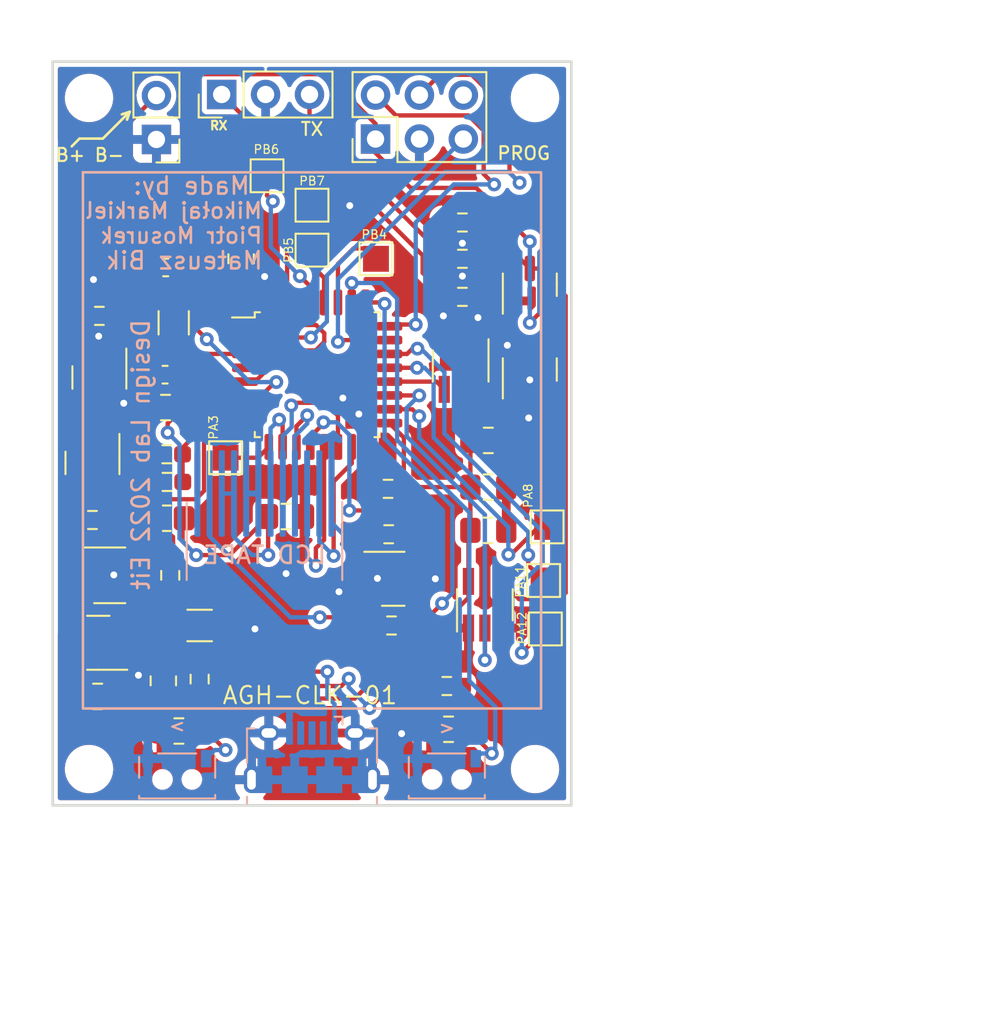
<source format=kicad_pcb>
(kicad_pcb (version 20211014) (generator pcbnew)
  (title_block (date "2022-12-12"))
  (layers (0 "F.Cu" signal) (31 "B.Cu" signal) (34 "B.Paste" user) (35 "F.Paste" user) (36 "B.SilkS" user "B.Silkscreen") (37 "F.SilkS" user "F.Silkscreen") (38 "B.Mask" user) (39 "F.Mask" user) (44 "Edge.Cuts" user))
  (net 0 "")
  (net 1 "VCC")
  (net 2 "GND")
  (net 3 "/RTC_OSC_OUT")
  (net 4 "/RTC_OSC_IN")
  (net 5 "+BATT")
  (net 6 "+5V")
  (net 7 "/SW_1")
  (net 8 "/SW_2")
  (net 9 "Net-(D1-Pad3)")
  (net 10 "Net-(D2-Pad3)")
  (net 11 "/SWCLK")
  (net 12 "/SWDIO")
  (net 13 "/NRST")
  (net 18 "Net-(J3-Pad1)")
  (net 19 "Net-(J3-Pad3)")
  (net 20 "Net-(J4-Pad2)")
  (net 21 "/LCD_DC")
  (net 22 "/LCD_CS")
  (net 23 "/LCD_SCK")
  (net 24 "/LCD_SDA")
  (net 25 "/LCD_RST")
  (net 26 "Net-(Q1-Pad1)")
  (net 27 "Net-(Q1-Pad3)")
  (net 28 "Net-(Q2-Pad3)")
  (net 29 "Net-(Q3-Pad1)")
  (net 30 "Net-(Q3-Pad3)")
  (net 31 "/A_BAT_EN")
  (net 32 "/A_BAT")
  (net 33 "/LCD_BLK")
  (net 34 "/BAT_CH")
  (net 35 "/PB4")
  (net 36 "/PB5")
  (net 37 "/UART.TX")
  (net 38 "/UART.RX")
  (net 39 "/PB6")
  (net 40 "/PB7")
  (net 41 "/PA3")
  (net 42 "/PA8")
  (net 43 "/PA11")
  (net 44 "/PA12")
  (net 45 "Net-(R11-Pad1)")
  (footprint "Capacitor_SMD:C_0805_2012Metric_Pad1.18x1.45mm_HandSolder" (layer "F.Cu") (at 196.69 81.499 180)
    (fp_text reference "C13")
    (fp_text value "100n")
  )
  (footprint "Resistor_SMD:R_0603_1608Metric_Pad0.98x0.95mm_HandSolder" (layer "F.Cu") (at 213.09 52.099)
    (fp_text reference "R4")
    (fp_text value "10k")
  )
  (footprint "MountingHole:MountingHole_2.2mm_M2_ISO7380" (layer "F.Cu") (at 217.29 83.699)
    (fp_text reference "H1")
    (fp_text value "MountingHole")
  )
  (footprint "Capacitor_SMD:C_0603_1608Metric_Pad1.08x0.95mm_HandSolder" (layer "F.Cu") (at 195.89 60.899 180)
    (fp_text reference "C4")
    (fp_text value "18pF")
  )
  (footprint "Connector_PinHeader_2.54mm:PinHeader_1x02_P2.54mm_Vertical" (layer "F.Cu") (at 195.39 47.299 180)
    (fp_text reference "J5")
    (fp_text value "Conn_01x02_Male")
  )
  (footprint "Package_TO_SOT_SMD:SOT-23-5_HandSoldering" (layer "F.Cu") (at 192.69 72.499)
    (fp_text reference "U5")
    (fp_text value "TP4054-42")
  )
  (footprint "Capacitor_SMD:C_0805_2012Metric_Pad1.18x1.45mm_HandSolder" (layer "F.Cu") (at 202.89 69.099 180)
    (fp_text reference "C10")
    (fp_text value "100n")
  )
  (footprint "Resistor_SMD:R_0805_2012Metric_Pad1.20x1.40mm_HandSolder" (layer "F.Cu") (at 195.99 69.199)
    (fp_text reference "R13")
    (fp_text value "680k")
  )
  (footprint "Resistor_SMD:R_0603_1608Metric_Pad0.98x0.95mm_HandSolder" (layer "F.Cu") (at 197.89 78.499 -90)
    (fp_text reference "R14")
    (fp_text value "10k")
  )
  (footprint "Resistor_SMD:R_0603_1608Metric_Pad0.98x0.95mm_HandSolder" (layer "F.Cu") (at 212.19 78.899)
    (fp_text reference "R12")
    (fp_text value "10k")
  )
  (footprint "Capacitor_SMD:C_0805_2012Metric_Pad1.18x1.45mm_HandSolder" (layer "F.Cu") (at 214.59 64.699)
    (fp_text reference "C2")
    (fp_text value "100n")
  )
  (footprint "TestPoint:TestPoint_Pad_1.5x1.5mm" (layer "F.Cu") (at 217.99 69.699 90)
    (fp_text reference "TP6")
    (fp_text value "TestPoint")
  )
  (footprint "Capacitor_SMD:C_0603_1608Metric_Pad1.08x0.95mm_HandSolder" (layer "F.Cu") (at 195.9275 54.699 180)
    (fp_text reference "C5")
    (fp_text value "18pF")
  )
  (footprint "MountingHole:MountingHole_2.2mm_M2_ISO7380" (layer "F.Cu") (at 191.49 83.699)
    (fp_text reference "H4")
    (fp_text value "MountingHole")
  )
  (footprint "Resistor_SMD:R_0603_1608Metric_Pad0.98x0.95mm_HandSolder" (layer "F.Cu") (at 191.69 69.299 180)
    (fp_text reference "R5")
    (fp_text value "75k")
  )
  (footprint "Package_TO_SOT_SMD:SOT-23-5_HandSoldering" (layer "F.Cu") (at 214.39 74.199 90)
    (fp_text reference "U3")
    (fp_text value "74LVC1G125")
  )
  (footprint "Connector_PinHeader_2.54mm:PinHeader_2x03_P2.54mm_Vertical" (layer "F.Cu") (at 208.065 47.274 90)
    (fp_text reference "J1")
    (fp_text value "Conn_01x06_Male")
  )
  (footprint "TestPoint:TestPoint_Pad_1.5x1.5mm" (layer "F.Cu") (at 217.89 75.599)
    (fp_text reference "TP8")
    (fp_text value "TestPoint")
  )
  (footprint "Capacitor_SMD:C_0805_2012Metric_Pad1.18x1.45mm_HandSolder" (layer "F.Cu") (at 195.79 78.599 -90)
    (fp_text reference "C8")
    (fp_text value "1u")
  )
  (footprint "Resistor_SMD:R_0603_1608Metric_Pad0.98x0.95mm_HandSolder" (layer "F.Cu") (at 196.19 72.499 -90)
    (fp_text reference "R11")
    (fp_text value "3k")
  )
  (footprint "TestPoint:TestPoint_Pad_1.5x1.5mm" (layer "F.Cu") (at 201.79 49.399 90)
    (fp_text reference "TP3")
    (fp_text value "TestPoint")
  )
  (footprint "TestPoint:TestPoint_Pad_1.5x1.5mm" (layer "F.Cu") (at 204.39 51.099 90)
    (fp_text reference "TP4")
    (fp_text value "TestPoint")
  )
  (footprint "Capacitor_SMD:C_0805_2012Metric_Pad1.18x1.45mm_HandSolder" (layer "F.Cu") (at 200.29 54.199 90)
    (fp_text reference "C1")
    (fp_text value "100n")
  )
  (footprint "MountingHole:MountingHole_2.2mm_M2_ISO7380" (layer "F.Cu") (at 191.49 44.899)
    (fp_text reference "H3")
    (fp_text value "MountingHole")
  )
  (footprint "Package_TO_SOT_SMD:SOT-23" (layer "F.Cu") (at 192.09 61.0615 -90)
    (fp_text reference "Q1")
    (fp_text value "LGE2300")
  )
  (footprint "Resistor_SMD:R_0603_1608Metric_Pad0.98x0.95mm_HandSolder" (layer "F.Cu") (at 195.99 65.499 180)
    (fp_text reference "R7")
    (fp_text value "75k")
  )
  (footprint "Resistor_SMD:R_0603_1608Metric_Pad0.98x0.95mm_HandSolder" (layer "F.Cu") (at 208.79 67.499 180)
    (fp_text reference "R9")
    (fp_text value "10k")
  )
  (footprint "Package_QFP:LQFP-32_7x7mm_P0.8mm" (layer "F.Cu") (at 204.69 60.899)
    (fp_text reference "U1")
    (fp_text value "STM32L051K6Tx")
  )
  (footprint "Capacitor_SMD:C_0805_2012Metric_Pad1.18x1.45mm_HandSolder" (layer "F.Cu") (at 214.59 67.399)
    (fp_text reference "C9")
    (fp_text value "100n")
  )
  (footprint "Capacitor_SMD:C_0805_2012Metric_Pad1.18x1.45mm_HandSolder" (layer "F.Cu") (at 212.29 81.399 180)
    (fp_text reference "C12")
    (fp_text value "100n")
  )
  (footprint "Package_TO_SOT_SMD:SOT-23" (layer "F.Cu") (at 216.99 55.699 90)
    (fp_text reference "D1")
    (fp_text value "BAT54S")
  )
  (footprint "TestPoint:TestPoint_Pad_1.5x1.5mm" (layer "F.Cu") (at 217.79 72.799 90)
    (fp_text reference "TP7")
    (fp_text value "TestPoint")
  )
  (footprint "Resistor_SMD:R_0603_1608Metric_Pad0.98x0.95mm_HandSolder" (layer "F.Cu") (at 208.99 75.399 180)
    (fp_text reference "R10")
    (fp_text value "10R")
  )
  (footprint "TestPoint:TestPoint_Pad_1.5x1.5mm" (layer "F.Cu") (at 208.09 54.199 90)
    (fp_text reference "TP1")
    (fp_text value "TestPoint")
  )
  (footprint "Package_TO_SOT_SMD:SOT-23" (layer "F.Cu") (at 216.99 60.599 90)
    (fp_text reference "D2")
    (fp_text value "BAT54S")
  )
  (footprint "TestPoint:TestPoint_Pad_1.5x1.5mm" (layer "F.Cu") (at 204.39 53.699 90)
    (fp_text reference "TP2")
    (fp_text value "TestPoint")
  )
  (footprint "MountingHole:MountingHole_2.2mm_M2_ISO7380" (layer "F.Cu") (at 217.29 44.899)
    (fp_text reference "H2")
    (fp_text value "MountingHole")
  )
  (footprint "Capacitor_SMD:C_0805_2012Metric_Pad1.18x1.45mm_HandSolder" (layer "F.Cu") (at 214.59 69.899)
    (fp_text reference "C7")
    (fp_text value "100n")
  )
  (footprint "Resistor_SMD:R_0603_1608Metric_Pad0.98x0.95mm_HandSolder" (layer "F.Cu") (at 196.0025 67.099)
    (fp_text reference "R6")
    (fp_text value "75k")
  )
  (footprint "Package_TO_SOT_SMD:SOT-23-5_HandSoldering" (layer "F.Cu") (at 212.99 60.399 -90)
    (fp_text reference "U4")
    (fp_text value "74LVC1G125")
  )
  (footprint "TestPoint:TestPoint_Pad_1.5x1.5mm" (layer "F.Cu") (at 199.39 65.699)
    (fp_text reference "TP5")
    (fp_text value "TestPoint")
  )
  (footprint "Package_TO_SOT_SMD:SOT-23" (layer "F.Cu") (at 192.0275 76.399 180)
    (fp_text reference "U2")
    (fp_text value "AP2121N-3.3")
  )
  (footprint "Connector_PinHeader_2.54mm:PinHeader_1x03_P2.54mm_Vertical" (layer "F.Cu") (at 199.165 44.699 90)
    (fp_text reference "J3")
    (fp_text value "Conn_01x03_Male")
  )
  (footprint "Capacitor_SMD:C_1206_3216Metric_Pad1.33x1.80mm_HandSolder" (layer "F.Cu") (at 197.89 75.399)
    (fp_text reference "C11")
    (fp_text value "1u")
  )
  (footprint "Capacitor_SMD:C_0805_2012Metric_Pad1.18x1.45mm_HandSolder" (layer "F.Cu") (at 191.99 79.499)
    (fp_text reference "C6")
    (fp_text value "1u")
  )
  (footprint "Package_TO_SOT_SMD:SOT-23" (layer "F.Cu") (at 191.69 65.999 -90)
    (fp_text reference "Q2")
    (fp_text value "IRLML6402")
  )
  (footprint "Capacitor_SMD:C_0805_2012Metric_Pad1.18x1.45mm_HandSolder" (layer "F.Cu") (at 195.915 62.799 180)
    (fp_text reference "C3")
    (fp_text value "100n")
  )
  (footprint "Resistor_SMD:R_0603_1608Metric_Pad0.98x0.95mm_HandSolder" (layer "F.Cu") (at 192.09 57.499)
    (fp_text reference "R1")
    (fp_text value "100R")
  )
  (footprint "Resistor_SMD:R_0603_1608Metric_Pad0.98x0.95mm_HandSolder" (layer "F.Cu") (at 213.09 54.199)
    (fp_text reference "R3")
    (fp_text value "100R")
  )
  (footprint "Crystal:Crystal_SMD_3215-2Pin_3.2x1.5mm" (layer "F.Cu") (at 196.39 57.899 -90)
    (fp_text reference "Y1")
    (fp_text value "Crystal")
  )
  (footprint "Resistor_SMD:R_0603_1608Metric_Pad0.98x0.95mm_HandSolder" (layer "F.Cu") (at 208.825 70.125 180)
    (fp_text reference "R8")
    (fp_text value "1k")
  )
  (footprint "Resistor_SMD:R_0603_1608Metric_Pad0.98x0.95mm_HandSolder" (layer "F.Cu") (at 213.09 56.399)
    (fp_text reference "R2")
    (fp_text value "100R")
  )
  (footprint "Package_TO_SOT_SMD:SOT-23" (layer "F.Cu") (at 209.09 72.699)
    (fp_text reference "Q3")
    (fp_text value "BC817")
  )
  (footprint "Connector_USB:USB_Micro-B_Amphenol_10118194_Horizontal" (layer "B.Cu") (at 204.39 83.014 180)
    (fp_text reference "J2")
    (fp_text value "USB_B_Micro")
  )
  (footprint "Connector:Flex_Tape_12x0.635" (layer "B.Cu") (at 201.64 67.769 90)
    (fp_text reference "J4")
    (fp_text value "Conn_01x12")
  )
  (footprint "Button_Switch_SMD:SW_SPST_TSS02-035NT" (layer "B.Cu") (at 196.59 84.299)
    (fp_text reference "SW2")
    (fp_text value "TSS02-35")
  )
  (footprint "Button_Switch_SMD:SW_SPST_TSS02-035NT" (layer "B.Cu") (at 212.19 84.299)
    (fp_text reference "SW1")
    (fp_text value "TSS02-35")
  )
  (gr_rect locked (start 191.14 49.199) (end 217.64 80.199) (layer "B.SilkS") (width 0.15) (fill none))
  (gr_line (start 192.29 47.249) (end 193.84 45.699) (layer "F.SilkS") (width 0.15))
  (gr_line (start 192.04 47.249) (end 192.29 47.249) (layer "F.SilkS") (width 0.15))
  (gr_line (start 193.69 46.149) (end 193.84 45.699) (layer "F.SilkS") (width 0.15))
  (gr_line (start 190.94 47.249) (end 192.04 47.249) (layer "F.SilkS") (width 0.15))
  (gr_line (start 193.84 45.699) (end 193.39 45.849) (layer "F.SilkS") (width 0.15))
  (gr_line (start 193.84 45.699) (end 193.69 46.149) (layer "F.SilkS") (width 0.15))
  (gr_line (start 190.49 47.699) (end 190.94 47.249) (layer "F.SilkS") (width 0.15))
  (gr_line locked (start 219.39 42.799) (end 189.39 42.799) (layer "Edge.Cuts") (width 0.15))
  (gr_line locked (start 189.39 42.799) (end 189.39 85.799) (layer "Edge.Cuts") (width 0.15))
  (gr_line locked (start 219.39 85.799) (end 189.39 85.799) (layer "Edge.Cuts") (width 0.15))
  (gr_line locked (start 219.39 85.799) (end 219.39 42.799) (layer "Edge.Cuts") (width 0.15))
  (gr_text "<" (at 212.19 81.299) (layer "B.SilkS") (effects (font (size 0.75 0.75) (thickness 0.125)) (justify mirror)))
  (gr_text "Design Lab 2022 Eit " (at 194.49 65.899 90) (layer "B.SilkS") (effects (font (size 1 1)) (justify mirror)))
  (gr_text "Made by:" (at 197.425 49.975) (layer "B.SilkS") (effects (font (size 1 1)) (justify mirror)))
  (gr_text "<" (at 196.59 81.299 180) (layer "B.SilkS") (effects (font (size 0.75 0.75) (thickness 0.125)) (justify mirror)))
  (gr_text "Mateusz Bik" (at 197 54.299998) (layer "B.SilkS") (effects (font (size 1 1)) (justify mirror)))
  (gr_text "Piotr Mosurek\n" (at 196.825 52.858332) (layer "B.SilkS") (effects (font (size 0.9 0.9)) (justify mirror)))
  (gr_text "Mikołaj Markiel" (at 196.39 51.416666) (layer "B.SilkS") (effects (font (size 0.9 0.9)) (justify mirror)))
  (gr_text "PA3" (at 198.69 63.949 90) (layer "F.SilkS") (effects (font (size 0.5 0.5) (thickness 0.075))))
  (gr_text "PROG" (at 216.64 48.099) (layer "F.SilkS") (effects (font (size 0.75 0.75) (thickness 0.125))))
  (gr_text "PA8" (at 216.89 67.899 90) (layer "F.SilkS") (effects (font (size 0.5 0.5) (thickness 0.075))))
  (gr_text "PB4" (at 207.99 52.799) (layer "F.SilkS") (effects (font (size 0.5 0.5) (thickness 0.075))))
  (gr_text "B+ B-" (at 191.54 48.199) (layer "F.SilkS") (effects (font (size 0.75 0.75) (thickness 0.125))))
  (gr_text "RX" (at 198.99 46.499) (layer "F.SilkS") (effects (font (size 0.5 0.5) (thickness 0.125))))
  (gr_text "PB5" (at 203.04 53.699 90) (layer "F.SilkS") (effects (font (size 0.5 0.5) (thickness 0.075))))
  (gr_text "TX" (at 204.39 46.699) (layer "F.SilkS") (effects (font (size 0.75 0.75) (thickness 0.125))))
  (gr_text "PA11" (at 216.44 72.849 90) (layer "F.SilkS") (effects (font (size 0.5 0.5) (thickness 0.075))))
  (gr_text "PA12" (at 216.54 75.549 90) (layer "F.SilkS") (effects (font (size 0.5 0.5) (thickness 0.075))))
  (gr_text "PB6" (at 201.75 47.875) (layer "F.SilkS") (effects (font (size 0.5 0.5) (thickness 0.075))))
  (gr_text "AGH-CLK-01" (at 204.27 79.439) (layer "F.SilkS") (effects (font (size 1 1) (thickness 0.125))))
  (gr_text "PB7" (at 204.39 49.699) (layer "F.SilkS") (effects (font (size 0.5 0.5) (thickness 0.075))))
  (segment (start 196.04 63.7115) (end 196.9525 62.799) (width 0.25) (layer "F.Cu") (net 1))
  (segment (start 208.065 48.074) (end 208.065 47.274) (width 0.25) (layer "F.Cu") (net 1))
  (segment (start 216.99 53.199) (end 213.89 50.099) (width 0.25) (layer "F.Cu") (net 1))
  (segment (start 197.69 71.329) (end 199.6225 71.329) (width 0.25) (layer "F.Cu") (net 1))
  (segment (start 209.8025 67.399) (end 209.7025 67.499) (width 0.25) (layer "F.Cu") (net 1))
  (segment (start 197.69 71.329) (end 196.9025 70.5415) (width 0.25) (layer "F.Cu") (net 1))
  (segment (start 200.515 61.299) (end 201.101396 61.299) (width 0.25) (layer "F.Cu") (net 1))
  (segment (start 208.865 63.699) (end 209.7025 64.5365) (width 0.25) (layer "F.Cu") (net 1))
  (segment (start 197.79 77.5865) (end 195.815 77.5865) (width 0.25) (layer "F.Cu") (net 1))
  (segment (start 205.1 58.499695) (end 205.1 59) (width 0.25) (layer "F.Cu") (net 1))
  (segment (start 196.7525 62.599) (end 198.628604 62.599) (width 0.25) (layer "F.Cu") (net 1))
  (segment (start 198.628604 62.599) (end 199.928604 61.299) (width 0.25) (layer "F.Cu") (net 1))
  (segment (start 199.2025 78.899) (end 206.09 78.899) (width 0.25) (layer "F.Cu") (net 1))
  (segment (start 196.04 64.249) (end 196.04 63.7115) (width 0.25) (layer "F.Cu") (net 1))
  (segment (start 213.5525 67.399) (end 213.5525 64.874) (width 0.25) (layer "F.Cu") (net 1))
  (segment (start 211.2775 75.9565) (end 213.44 73.794) (width 0.25) (layer "F.Cu") (net 1))
  (segment (start 200.515 55.2865) (end 200.515 58.099) (width 0.25) (layer "F.Cu") (net 1))
  (segment (start 197.99 43.524) (end 205.193299 43.524) (width 0.25) (layer "F.Cu") (net 1))
  (segment (start 217.94 56.6365) (end 217.94 56.949) (width 0.25) (layer "F.Cu") (net 1))
  (segment (start 213.94 61.749) (end 213.94 64.4865) (width 0.25) (layer "F.Cu") (net 1))
  (segment (start 208.99 78.899) (end 211.2775 78.899) (width 0.25) (layer "F.Cu") (net 1))
  (segment (start 213.5525 64.874) (end 213.7275 64.699) (width 0.25) (layer "F.Cu") (net 1))
  (segment (start 199.6225 71.329) (end 201.8525 69.099) (width 0.25) (layer "F.Cu") (net 1))
  (segment (start 209.7025 64.5365) (end 209.7025 67.499) (width 0.25) (layer "F.Cu") (net 1))
  (segment (start 213.89 50.099) (end 210.09 50.099) (width 0.25) (layer "F.Cu") (net 1))
  (segment (start 195.815 77.5865) (end 195.79 77.5615) (width 0.25) (layer "F.Cu") (net 1))
  (segment (start 217.94 56.6365) (end 217.94 61.5365) (width 0.25) (layer "F.Cu") (net 1))
  (segment (start 213.5525 67.399) (end 209.8025 67.399) (width 0.25) (layer "F.Cu") (net 1))
  (segment (start 205.193299 43.524) (end 208.065 46.395701) (width 0.25) (layer "F.Cu") (net 1))
  (segment (start 213.44 72.849) (end 213.44 70.0115) (width 0.25) (layer "F.Cu") (net 1))
  (segment (start 210.09 50.099) (end 208.065 48.074) (width 0.25) (layer "F.Cu") (net 1))
  (segment (start 200.515 58.099) (end 200.589 58.025) (width 0.25) (layer "F.Cu") (net 1))
  (segment (start 197.54 43.974) (end 197.99 43.524) (width 0.25) (layer "F.Cu") (net 1))
  (segment (start 200.29 55.0615) (end 200.515 55.2865) (width 0.25) (layer "F.Cu") (net 1))
  (segment (start 202.900396 59.5) (end 204.6 59.5) (width 0.25) (layer "F.Cu") (net 1))
  (segment (start 213.94 61.749) (end 214.79 62.599) (width 0.25) (layer "F.Cu") (net 1))
  (segment (start 195.0775 77.5615) (end 192.965 75.449) (width 0.25) (layer "F.Cu") (net 1))
  (segment (start 204.6 59.5) (end 204.625 59.475) (width 0.25) (layer "F.Cu") (net 1))
  (segment (start 207.715 80.174) (end 208.99 78.899) (width 0.25) (layer "F.Cu") (net 1))
  (segment (start 200.29 55.0615) (end 197.54 52.3115) (width 0.25) (layer "F.Cu") (net 1))
  (segment (start 204.625305 58.025) (end 205.1 58.499695) (width 0.25) (layer "F.Cu") (net 1))
  (segment (start 213.44 73.794) (end 213.44 72.849) (width 0.25) (layer "F.Cu") (net 1))
  (segment (start 199.2025 78.899) (end 197.89 77.5865) (width 0.25) (layer "F.Cu") (net 1))
  (segment (start 214.79 62.599) (end 216.8775 62.599) (width 0.25) (layer "F.Cu") (net 1))
  (segment (start 201.8525 69.099) (end 201.8525 71.3115) (width 0.25) (layer "F.Cu") (net 1))
  (segment (start 195.79 77.5615) (end 195.0775 77.5615) (width 0.25) (layer "F.Cu") (net 1))
  (segment (start 196.9025 70.5415) (end 196.9025 69.199) (width 0.25) (layer "F.Cu") (net 1))
  (segment (start 197.54 52.3115) (end 197.54 43.974) (width 0.25) (layer "F.Cu") (net 1))
  (segment (start 205.1 59) (end 204.625 59.475) (width 0.25) (layer "F.Cu") (net 1))
  (segment (start 201.101396 61.299) (end 202.900396 59.5) (width 0.25) (layer "F.Cu") (net 1))
  (segment (start 206.09 78.899) (end 206.515 78.474) (width 0.25) (layer "F.Cu") (net 1))
  (segment (start 216.8775 62.599) (end 217.94 61.5365) (width 0.25) (layer "F.Cu") (net 1))
  (segment (start 208.065 46.395701) (end 208.065 47.274) (width 0.25) (layer "F.Cu") (net 1))
  (segment (start 199.928604 61.299) (end 200.515 61.299) (width 0.25) (layer "F.Cu") (net 1))
  (segment (start 211.2775 78.899) (end 211.2775 75.9565) (width 0.25) (layer "F.Cu") (net 1))
  (segment (start 200.589 58.025) (end 204.625305 58.025) (width 0.25) (layer "F.Cu") (net 1))
  (segment (start 201.8525 71.3115) (end 201.865 71.324) (width 0.25) (layer "F.Cu") (net 1))
  (segment (start 213.44 70.0115) (end 213.5525 69.899) (width 0.25) (layer "F.Cu") (net 1))
  (segment (start 213.5525 67.399) (end 213.5525 69.899) (width 0.25) (layer "F.Cu") (net 1))
  (segment (start 217.94 56.949) (end 216.99 57.899) (width 0.25) (layer "F.Cu") (net 1))
  (segment (start 213.94 64.4865) (end 213.7275 64.699) (width 0.25) (layer "F.Cu") (net 1))
  (via (at 201.865 71.324) (size 0.8) (drill 0.4) (layers "F.Cu" "B.Cu") (net 1))
  (via (at 196.04 64.249) (size 0.8) (drill 0.4) (layers "F.Cu" "B.Cu") (net 1))
  (via (at 197.69 71.329) (size 0.8) (drill 0.4) (layers "F.Cu" "B.Cu") (net 1))
  (via (at 216.99 53.199) (size 0.8) (drill 0.4) (layers "F.Cu" "B.Cu") (net 1))
  (via (at 216.99 57.899) (size 0.8) (drill 0.4) (layers "F.Cu" "B.Cu") (net 1))
  (via (at 206.515 78.474) (size 0.8) (drill 0.4) (layers "F.Cu" "B.Cu") (net 1))
  (via (at 207.715 80.174) (size 0.8) (drill 0.4) (layers "F.Cu" "B.Cu") (net 1))
  (segment (start 196.725 70.364) (end 197.69 71.329) (width 0.25) (layer "B.Cu") (net 1))
  (segment (start 206.515 78.474) (end 206.515 78.974) (width 0.25) (layer "B.Cu") (net 1))
  (segment (start 199.171704 67.769) (end 199.876931 67.769) (width 0.25) (layer "B.Cu") (net 1))
  (segment (start 199.876931 70.285931) (end 199.876931 67.769) (width 0.25) (layer "B.Cu") (net 1))
  (segment (start 196.725 64.934) (end 196.04 64.249) (width 0.25) (layer "B.Cu") (net 1))
  (segment (start 216.99 57.899) (end 216.99 53.199) (width 0.25) (layer "B.Cu") (net 1))
  (segment (start 196.725 64.934) (end 196.725 70.364) (width 0.25) (layer "B.Cu") (net 1))
  (segment (start 206.515 78.974) (end 207.715 80.174) (width 0.25) (layer "B.Cu") (net 1))
  (segment (start 200.915 71.324) (end 199.876931 70.285931) (width 0.25) (layer "B.Cu") (net 1))
  (segment (start 201.865 71.324) (end 200.915 71.324) (width 0.25) (layer "B.Cu") (net 1))
  (segment (start 195.79 81.3615) (end 195.6525 81.499) (width 0.25) (layer "F.Cu") (net 2))
  (segment (start 208.175 73.6265) (end 208.1525 73.649) (width 0.25) (layer "F.Cu") (net 2))
  (segment (start 195.0275 62.899) (end 195.1275 62.999) (width 0.25) (layer "F.Cu") (net 2))
  (segment (start 191.19 60.074) (end 191.14 60.124) (width 0.25) (layer "F.Cu") (net 2))
  (segment (start 203.9275 71.3615) (end 202.89 72.399) (width 0.25) (layer "F.Cu") (net 2))
  (segment (start 202.69 56.724) (end 202.69 56.265) (width 0.25) (layer "F.Cu") (net 2))
  (segment (start 203.9275 69.099) (end 203.9275 71.3615) (width 0.25) (layer "F.Cu") (net 2))
  (segment (start 208.175 72.675) (end 208.175 73.6265) (width 0.25) (layer "F.Cu") (net 2))
  (segment (start 193.0275 79.499) (end 193.165 79.6365) (width 0.25) (layer "F.Cu") (net 2))
  (segment (start 200.7865 53.3365) (end 201.625 54.175) (width 0.25) (layer "F.Cu") (net 2))
  (segment (start 192.965 78.24) (end 192.965 79.4365) (width 0.25) (layer "F.Cu") (net 2))
  (segment (start 213.09 53.299) (end 213.09 55.199) (width 0.25) (layer "F.Cu") (net 2))
  (segment (start 200.29 53.3365) (end 200.7865 53.3365) (width 0.25) (layer "F.Cu") (net 2))
  (segment (start 201.625 54.175) (end 201.625 54.95) (width 0.25) (layer "F.Cu") (net 2))
  (segment (start 202.69 56.265) (end 201.65 55.225) (width 0.25) (layer "F.Cu") (net 2))
  (segment (start 191.14 60.124) (end 191.14 59.585) (width 0.25) (layer "F.Cu") (net 2))
  (segment (start 191.14 59.585) (end 192.05 58.675) (width 0.25) (layer "F.Cu") (net 2))
  (segment (start 194.35 78.275) (end 193 78.275) (width 0.25) (layer "F.Cu") (net 2))
  (segment (start 192.965 77.349) (end 192.965 78.24) (width 0.25) (layer "F.Cu") (net 2))
  (segment (start 193 78.275) (end 192.965 78.24) (width 0.25) (layer "F.Cu") (net 2))
  (segment (start 215.6275 69.899) (end 215.6275 67.399) (width 0.25) (layer "F.Cu") (net 2))
  (segment (start 192.965 79.4365) (end 193.0275 79.499) (width 0.25) (layer "F.Cu") (net 2))
  (via (at 205.95 73.45) (size 0.8) (drill 0.4) (layers "F.Cu" "B.Cu") (net 2))
  (via (at 206.575 51.125) (size 0.8) (drill 0.4) (layers "F.Cu" "B.Cu") (net 2))
  (via (at 194.35 78.275) (size 0.8) (drill 0.4) (layers "F.Cu" "B.Cu") (net 2))
  (via (at 213.09 53.299) (size 0.8) (drill 0.4) (layers "F.Cu" "B.Cu") (net 2))
  (via (at 209.575 81.65) (size 0.8) (drill 0.4) (layers "F.Cu" "B.Cu") (net 2))
  (via (at 208.175 72.675) (size 0.8) (drill 0.4) (layers "F.Cu" "B.Cu") (net 2))
  (via (at 206.175 62.25) (size 0.8) (drill 0.4) (layers "F.Cu" "B.Cu") (net 2))
  (via (at 192.925 72.475) (size 0.8) (drill 0.4) (layers "F.Cu" "B.Cu") (net 2))
  (via (at 215.69 59.199) (size 0.8) (drill 0.4) (layers "F.Cu" "B.Cu") (net 2))
  (via (at 207.1 63.175) (size 0.8) (drill 0.4) (layers "F.Cu" "B.Cu") (net 2))
  (via (at 213.09 55.199) (size 0.8) (drill 0.4) (layers "F.Cu" "B.Cu") (net 2))
  (via (at 216.925 63.4) (size 0.8) (drill 0.4) (layers "F.Cu" "B.Cu") (net 2))
  (via (at 201.09 75.599) (size 0.8) (drill 0.4) (layers "F.Cu" "B.Cu") (net 2))
  (via (at 202.89 72.399) (size 0.8) (drill 0.4) (layers "F.Cu" "B.Cu") (net 2))
  (via (at 213.99 57.599) (size 0.8) (drill 0.4) (layers "F.Cu" "B.Cu") (net 2))
  (via (at 211.99 57.499) (size 0.8) (drill 0.4) (layers "F.Cu" "B.Cu") (net 2))
  (via (at 193.5 62.55) (size 0.8) (drill 0.4) (layers "F.Cu" "B.Cu") (net 2))
  (via (at 191.75 55.4) (size 0.8) (drill 0.4) (layers "F.Cu" "B.Cu") (net 2))
  (via (at 192.05 58.675) (size 0.8) (drill 0.4) (layers "F.Cu" "B.Cu") (net 2))
  (via (at 216.99 61.199) (size 0.8) (drill 0.4) (layers "F.Cu" "B.Cu") (net 2))
  (via (at 211.525 72.7) (size 0.8) (drill 0.4) (layers "F.Cu" "B.Cu") (net 2))
  (via (at 201.65 55.225) (size 0.8) (drill 0.4) (layers "F.Cu" "B.Cu") (net 2))
  (segment (start 205.51875 67.769) (end 205.51875 69.45275) (width 0.25) (layer "B.Cu") (net 2))
  (segment (start 206.64 72.76) (end 205.95 73.45) (width 0.25) (layer "B.Cu") (net 2))
  (segment (start 206.64 70.574) (end 206.64 72.76) (width 0.25) (layer "B.Cu") (net 2))
  (segment (start 205.51875 69.45275) (end 206.64 70.574) (width 0.25) (layer "B.Cu") (net 2))
  (segment (start 196.7525 59.5115) (end 196.39 59.149) (width 0.25) (layer "F.Cu") (net 3))
  (segment (start 196.4525 59.5115) (end 196.09 59.149) (width 0.25) (layer "F.Cu") (net 3))
  (segment (start 200.515 59.699) (end 196.94 59.699) (width 0.25) (layer "F.Cu") (net 3))
  (segment (start 196.94 59.699) (end 196.39 59.149) (width 0.25) (layer "F.Cu") (net 3))
  (segment (start 196.7525 60.899) (end 196.7525 59.5115) (width 0.25) (layer "F.Cu") (net 3))
  (segment (start 199.674 58.899) (end 197.424 56.649) (width 0.25) (layer "F.Cu") (net 4))
  (segment (start 200.515 58.899) (end 199.674 58.899) (width 0.25) (layer "F.Cu") (net 4))
  (segment (start 196.79 54.699) (end 196.79 56.249) (width 0.25) (layer "F.Cu") (net 4))
  (segment (start 196.79 56.249) (end 196.39 56.649) (width 0.25) (layer "F.Cu") (net 4))
  (segment (start 197.424 56.649) (end 196.39 56.649) (width 0.25) (layer "F.Cu") (net 4))
  (segment (start 189.89 64.2115) (end 189.89 69.774) (width 0.25) (layer "F.Cu") (net 5))
  (segment (start 190.0025 72.9165) (end 190.0025 73.0865) (width 0.25) (layer "F.Cu") (net 5))
  (segment (start 190.0025 69.8865) (end 190.215 70.099) (width 0.25) (layer "F.Cu") (net 5))
  (segment (start 192.95 47.199) (end 195.39 44.759) (width 0.25) (layer "F.Cu") (net 5))
  (segment (start 189.89 64.2115) (end 190.74 65.0615) (width 0.25) (layer "F.Cu") (net 5))
  (segment (start 190.9525 76.5365) (end 191.09 76.399) (width 0.25) (layer "F.Cu") (net 5))
  (segment (start 190.0025 73.0865) (end 189.99 73.099) (width 0.25) (layer "F.Cu") (net 5))
  (segment (start 189.89 63.9115) (end 189.89 64.2115) (width 0.25) (layer "F.Cu") (net 5))
  (segment (start 189.89 69.774) (end 190.0025 69.8865) (width 0.25) (layer "F.Cu") (net 5))
  (segment (start 190.615 47.199) (end 192.95 47.199) (width 0.25) (layer "F.Cu") (net 5))
  (segment (start 189.89 47.999) (end 189.89 63.9115) (width 0.25) (layer "F.Cu") (net 5))
  (segment (start 192.6025 69.299) (end 191.8025 70.099) (width 0.25) (layer "F.Cu") (net 5))
  (segment (start 190.9525 79.499) (end 190.9525 76.5365) (width 0.25) (layer "F.Cu") (net 5))
  (segment (start 189.89 63.9115) (end 190.08375 64.10525) (width 0.25) (layer "F.Cu") (net 5))
  (segment (start 190.535 73.449) (end 191.34 73.449) (width 0.25) (layer "F.Cu") (net 5))
  (segment (start 191.8025 70.099) (end 190.215 70.099) (width 0.25) (layer "F.Cu") (net 5))
  (segment (start 190.0025 69.8865) (end 190.0025 72.9165) (width 0.25) (layer "F.Cu") (net 5))
  (segment (start 189.99 73.099) (end 189.99 75.299) (width 0.25) (layer "F.Cu") (net 5))
  (segment (start 190.0025 72.9165) (end 190.535 73.449) (width 0.25) (layer "F.Cu") (net 5))
  (segment (start 190.615 47.274) (end 189.89 47.999) (width 0.25) (layer "F.Cu") (net 5))
  (segment (start 189.99 75.299) (end 191.09 76.399) (width 0.25) (layer "F.Cu") (net 5))
  (segment (start 195.99 75.399) (end 194.04 73.449) (width 0.25) (layer "F.Cu") (net 6))
  (segment (start 196.3275 75.399) (end 195.99 75.399) (width 0.25) (layer "F.Cu") (net 6))
  (segment (start 197.1 75.399) (end 199.5 77.799) (width 0.25) (layer "F.Cu") (net 6))
  (segment (start 196.3275 75.399) (end 197.1 75.399) (width 0.25) (layer "F.Cu") (net 6))
  (segment (start 199.77 78.069) (end 205.28 78.069) (width 0.25) (layer "F.Cu") (net 6))
  (segment (start 199.5 77.799) (end 199.77 78.069) (width 0.25) (layer "F.Cu") (net 6))
  (via (at 205.28 78.069) (size 0.8) (drill 0.4) (layers "F.Cu" "B.Cu") (net 6))
  (segment (start 205.28 78.069) (end 205.28 79.529) (width 0.25) (layer "B.Cu") (net 6))
  (segment (start 205.28 79.529) (end 205.69 79.939) (width 0.25) (layer "B.Cu") (net 6))
  (segment (start 205.69 79.939) (end 205.69 81.614) (width 0.25) (layer "B.Cu") (net 6))
  (segment (start 213.3275 81.399) (end 213.39 81.399) (width 0.25) (layer "F.Cu") (net 7))
  (segment (start 213.39 81.399) (end 214.79 82.799) (width 0.25) (layer "F.Cu") (net 7))
  (segment (start 213.1025 78.899) (end 213.1025 81.174) (width 0.25) (layer "F.Cu") (net 7))
  (segment (start 206.69 55.599) (end 206.69 56.724) (width 0.25) (layer "F.Cu") (net 7))
  (segment (start 213.1025 81.174) (end 213.3275 81.399) (width 0.25) (layer "F.Cu") (net 7))
  (via (at 206.69 55.599) (size 0.8) (drill 0.4) (layers "F.Cu" "B.Cu") (net 7))
  (via (at 214.79 82.799) (size 0.8) (drill 0.4) (layers "F.Cu" "B.Cu") (net 7))
  (segment (start 209.315 56.498695) (end 209.315 64.687604) (width 0.25) (layer "B.Cu") (net 7))
  (segment (start 208.415305 55.599) (end 209.315 56.498695) (width 0.25) (layer "B.Cu") (net 7))
  (segment (start 214.99 82.599) (end 214.79 82.799) (width 0.25) (layer "B.Cu") (net 7))
  (segment (start 214.165 82.799) (end 213.865 83.099) (width 0.25) (layer "B.Cu") (net 7))
  (segment (start 213.49 78.599) (end 214.99 80.099) (width 0.25) (layer "B.Cu") (net 7))
  (segment (start 214.79 82.799) (end 214.165 82.799) (width 0.25) (layer "B.Cu") (net 7))
  (segment (start 206.69 55.599) (end 208.415305 55.599) (width 0.25) (layer "B.Cu") (net 7))
  (segment (start 214.99 80.099) (end 214.99 82.599) (width 0.25) (layer "B.Cu") (net 7))
  (segment (start 213.49 68.862604) (end 213.49 78.599) (width 0.25) (layer "B.Cu") (net 7))
  (segment (start 209.315 64.687604) (end 213.49 68.862604) (width 0.25) (layer "B.Cu") (net 7))
  (segment (start 198.29 81.499) (end 199.39 82.599) (width 0.25) (layer "F.Cu") (net 8))
  (segment (start 211.915 74.124) (end 210.815 75.224) (width 0.25) (layer "F.Cu") (net 8))
  (segment (start 206.865 79.624) (end 198.1025 79.624) (width 0.25) (layer "F.Cu") (net 8))
  (segment (start 197.79 79.4115) (end 197.79 81.4365) (width 0.25) (layer "F.Cu") (net 8))
  (segment (start 198.1025 79.624) (end 197.89 79.4115) (width 0.25) (layer "F.Cu") (net 8))
  (segment (start 197.79 81.4365) (end 197.7275 81.499) (width 0.25) (layer "F.Cu") (net 8))
  (segment (start 209.165 78.324) (end 208.165 78.324) (width 0.25) (layer "F.Cu") (net 8))
  (segment (start 208.165 78.324) (end 206.865 79.624) (width 0.25) (layer "F.Cu") (net 8))
  (segment (start 208.515 56.724) (end 208.59 56.799) (width 0.25) (layer "F.Cu") (net 8))
  (segment (start 207.49 56.724) (end 208.515 56.724) (width 0.25) (layer "F.Cu") (net 8))
  (segment (start 210.815 76.674) (end 209.165 78.324) (width 0.25) (layer "F.Cu") (net 8))
  (segment (start 210.815 75.224) (end 210.815 76.674) (width 0.25) (layer "F.Cu") (net 8))
  (segment (start 197.7275 81.499) (end 198.29 81.499) (width 0.25) (layer "F.Cu") (net 8))
  (via (at 211.915 74.124) (size 0.8) (drill 0.4) (layers "F.Cu" "B.Cu") (net 8))
  (via (at 199.39 82.599) (size 0.8) (drill 0.4) (layers "F.Cu" "B.Cu") (net 8))
  (via (at 208.59 56.799) (size 0.8) (drill 0.4) (layers "F.Cu" "B.Cu") (net 8))
  (segment (start 208.59 64.599) (end 212.515 68.524) (width 0.25) (layer "B.Cu") (net 8))
  (segment (start 198.765 82.599) (end 198.265 83.099) (width 0.25) (layer "B.Cu") (net 8))
  (segment (start 212.515 73.524) (end 211.915 74.124) (width 0.25) (layer "B.Cu") (net 8))
  (segment (start 199.39 82.599) (end 198.765 82.599) (width 0.25) (layer "B.Cu") (net 8))
  (segment (start 212.515 68.524) (end 212.515 73.524) (width 0.25) (layer "B.Cu") (net 8))
  (segment (start 208.59 56.799) (end 208.59 64.599) (width 0.25) (layer "B.Cu") (net 8))
  (segment (start 219.065 73.499) (end 219.065 56.352249) (width 0.25) (layer "F.Cu") (net 9))
  (segment (start 215.34 72.849) (end 216.365 73.874) (width 0.25) (layer "F.Cu") (net 9))
  (segment (start 214.0025 54.199) (end 216.4275 54.199) (width 0.25) (layer "F.Cu") (net 9))
  (segment (start 217.474251 54.7615) (end 216.99 54.7615) (width 0.25) (layer "F.Cu") (net 9))
  (segment (start 214.0025 52.099) (end 214.0025 54.199) (width 0.25) (layer "F.Cu") (net 9))
  (segment (start 219.065 56.352249) (end 217.474251 54.7615) (width 0.25) (layer "F.Cu") (net 9))
  (segment (start 216.4275 54.199) (end 216.99 54.7615) (width 0.25) (layer "F.Cu") (net 9))
  (segment (start 216.365 73.874) (end 218.69 73.874) (width 0.25) (layer "F.Cu") (net 9))
  (segment (start 218.69 73.874) (end 219.065 73.499) (width 0.25) (layer "F.Cu") (net 9))
  (segment (start 212.99 59.699) (end 213.445 60.154) (width 0.25) (layer "F.Cu") (net 10))
  (segment (start 212.99 59.049) (end 212.99 59.699) (width 0.25) (layer "F.Cu") (net 10))
  (segment (start 214.0025 56.399) (end 212.99 57.4115) (width 0.25) (layer "F.Cu") (net 10))
  (segment (start 212.99 57.4115) (end 212.99 59.049) (width 0.25) (layer "F.Cu") (net 10))
  (segment (start 216.4975 60.154) (end 216.99 59.6615) (width 0.25) (layer "F.Cu") (net 10))
  (segment (start 213.445 60.154) (end 216.4975 60.154) (width 0.25) (layer "F.Cu") (net 10))
  (segment (start 208.965 57.999) (end 208.865 58.099) (width 0.25) (layer "F.Cu") (net 11))
  (segment (start 209.24 45.909) (end 208.065 44.734) (width 0.25) (layer "F.Cu") (net 11))
  (segment (start 214.32 46.787299) (end 213.441701 45.909) (width 0.25) (layer "F.Cu") (net 11))
  (segment (start 214.925 49.9) (end 214.32 49.295) (width 0.25) (layer "F.Cu") (net 11))
  (segment (start 213.441701 45.909) (end 209.24 45.909) (width 0.25) (layer "F.Cu") (net 11))
  (segment (start 210.39 57.999) (end 208.965 57.999) (width 0.25) (layer "F.Cu") (net 11))
  (segment (start 214.32 49.295) (end 214.32 46.787299) (width 0.25) (layer "F.Cu") (net 11))
  (via (at 214.925 49.9) (size 0.8) (drill 0.4) (layers "F.Cu" "B.Cu") (net 11))
  (via (at 210.39 57.999) (size 0.8) (drill 0.4) (layers "F.Cu" "B.Cu") (net 11))
  (segment (start 210.39 57.999) (end 210.39 52.099) (width 0.25) (layer "B.Cu") (net 11))
  (segment (start 210.39 52.099) (end 212.3445 50.1445) (width 0.25) (layer "B.Cu") (net 11))
  (segment (start 214.925 49.9) (end 212.589 49.9) (width 0.25) (layer "B.Cu") (net 11))
  (segment (start 212.589 49.9) (end 212.3445 50.1445) (width 0.25) (layer "B.Cu") (net 11))
  (segment (start 215.814999 45.742298) (end 213.631701 43.559) (width 0.25) (layer "F.Cu") (net 12))
  (segment (start 215.814999 49.214999) (end 215.814999 45.742298) (width 0.25) (layer "F.Cu") (net 12))
  (segment (start 216.4 49.8) (end 215.814999 49.214999) (width 0.25) (layer "F.Cu") (net 12))
  (segment (start 205.99 58.899) (end 208.865 58.899) (width 0.25) (layer "F.Cu") (net 12))
  (segment (start 211.78 43.559) (end 210.605 44.734) (width 0.25) (layer "F.Cu") (net 12))
  (segment (start 205.89 58.999) (end 205.99 58.899) (width 0.25) (layer "F.Cu") (net 12))
  (segment (start 213.631701 43.559) (end 211.78 43.559) (width 0.25) (layer "F.Cu") (net 12))
  (via (at 216.4 49.8) (size 0.8) (drill 0.4) (layers "F.Cu" "B.Cu") (net 12))
  (via (at 205.89 58.999) (size 0.8) (drill 0.4) (layers "F.Cu" "B.Cu") (net 12))
  (segment (start 211.906847 49.356847) (end 212.088694 49.175) (width 0.25) (layer "B.Cu") (net 12))
  (segment (start 205.89 55.373695) (end 211.906847 49.356847) (width 0.25) (layer "B.Cu") (net 12))
  (segment (start 212.088694 49.175) (end 215.775 49.175) (width 0.25) (layer "B.Cu") (net 12))
  (segment (start 215.775 49.175) (end 216.4 49.8) (width 0.25) (layer "B.Cu") (net 12))
  (segment (start 205.89 58.999) (end 205.89 55.373695) (width 0.25) (layer "B.Cu") (net 12))
  (segment (start 201.101396 60.499) (end 202.850396 58.75) (width 0.25) (layer "F.Cu") (net 13))
  (segment (start 200.515 60.499) (end 201.101396 60.499) (width 0.25) (layer "F.Cu") (net 13))
  (segment (start 202.850396 58.75) (end 204.325 58.75) (width 0.25) (layer "F.Cu") (net 13))
  (via (at 204.325 58.75) (size 0.8) (drill 0.4) (layers "F.Cu" "B.Cu") (net 13))
  (segment (start 205.25 55.175) (end 205.25 57.825) (width 0.25) (layer "B.Cu") (net 13))
  (segment (start 205.25 57.825) (end 204.325 58.75) (width 0.25) (layer "B.Cu") (net 13))
  (segment (start 213.145 47.274) (end 205.25 55.169) (width 0.25) (layer "B.Cu") (net 13))
  (segment (start 205.25 55.169) (end 205.25 55.175) (width 0.25) (layer "B.Cu") (net 13))
  (segment (start 210.79 53.999) (end 210.79 55.0115) (width 0.25) (layer "F.Cu") (net 18))
  (segment (start 210.79 55.0115) (end 212.1775 56.399) (width 0.25) (layer "F.Cu") (net 18))
  (segment (start 203.09 46.299) (end 210.79 53.999) (width 0.25) (layer "F.Cu") (net 18))
  (segment (start 199.165 44.699) (end 200.765 46.299) (width 0.25) (layer "F.Cu") (net 18))
  (segment (start 200.765 46.299) (end 203.09 46.299) (width 0.25) (layer "F.Cu") (net 18))
  (segment (start 204.245 46.2665) (end 204.245 44.699) (width 0.25) (layer "F.Cu") (net 19))
  (segment (start 212.1775 54.199) (end 204.245 46.2665) (width 0.25) (layer "F.Cu") (net 19))
  (segment (start 206.649 75.399) (end 208.0775 75.399) (width 0.25) (layer "F.Cu") (net 20))
  (segment (start 204.84 74.924) (end 206.174 74.924) (width 0.25) (layer "F.Cu") (net 20))
  (segment (start 206.174 74.924) (end 206.649 75.399) (width 0.25) (layer "F.Cu") (net 20))
  (via (at 204.84 74.924) (size 0.8) (drill 0.4) (layers "F.Cu" "B.Cu") (net 20))
  (segment (start 198.466477 70.250477) (end 198.466477 67.769) (width 0.25) (layer "B.Cu") (net 20))
  (segment (start 204.84 74.924) (end 203.14 74.924) (width 0.25) (layer "B.Cu") (net 20))
  (segment (start 203.14 74.924) (end 198.466477 70.250477) (width 0.25) (layer "B.Cu") (net 20))
  (segment (start 202.69 65.074) (end 202.69 63.699) (width 0.25) (layer "F.Cu") (net 21))
  (segment (start 202.69 63.699) (end 202.49 63.499) (width 0.25) (layer "F.Cu") (net 21))
  (via (at 202.49 63.499) (size 0.8) (drill 0.4) (layers "F.Cu" "B.Cu") (net 21))
  (segment (start 201.992612 63.996388) (end 201.992612 67.769) (width 0.25) (layer "B.Cu") (net 21))
  (segment (start 202.49 63.499) (end 201.992612 63.996388) (width 0.25) (layer "B.Cu") (net 21))
  (segment (start 205.89 65.074) (end 205.89 63.265) (width 0.25) (layer "F.Cu") (net 22))
  (segment (start 203.34 62.524) (end 205.149 62.524) (width 0.25) (layer "F.Cu") (net 22))
  (segment (start 205.89 63.265) (end 205.3 62.675) (width 0.25) (layer "F.Cu") (net 22))
  (segment (start 203.19 62.674) (end 203.34 62.524) (width 0.25) (layer "F.Cu") (net 22))
  (segment (start 205.149 62.524) (end 205.3 62.675) (width 0.25) (layer "F.Cu") (net 22))
  (via (at 203.19 62.674) (size 0.8) (drill 0.4) (layers "F.Cu" "B.Cu") (net 22))
  (segment (start 203.215 62.699) (end 203.215 63.924) (width 0.25) (layer "B.Cu") (net 22))
  (segment (start 203.215 63.924) (end 202.697839 64.441161) (width 0.25) (layer "B.Cu") (net 22))
  (segment (start 203.19 62.674) (end 203.215 62.699) (width 0.25) (layer "B.Cu") (net 22))
  (segment (start 202.697839 64.441161) (end 202.697839 67.769) (width 0.25) (layer "B.Cu") (net 22))
  (segment (start 203.49 65.074) (end 203.49 63.874) (width 0.25) (layer "F.Cu") (net 23))
  (segment (start 203.49 63.874) (end 204.115 63.249) (width 0.25) (layer "F.Cu") (net 23))
  (via (at 204.115 63.249) (size 0.8) (drill 0.4) (layers "F.Cu" "B.Cu") (net 23))
  (segment (start 204.115 63.724) (end 203.39 64.449) (width 0.25) (layer "B.Cu") (net 23))
  (segment (start 203.39 64.449) (end 203.39 67.755934) (width 0.25) (layer "B.Cu") (net 23))
  (segment (start 203.39 67.755934) (end 203.403066 67.769) (width 0.25) (layer "B.Cu") (net 23))
  (segment (start 204.115 63.249) (end 204.115 63.724) (width 0.25) (layer "B.Cu") (net 23))
  (segment (start 204.615 70.924) (end 204.615 71.949) (width 0.25) (layer "F.Cu") (net 24))
  (segment (start 205.09 65.074) (end 205.09 70.449) (width 0.25) (layer "F.Cu") (net 24))
  (segment (start 205.09 70.449) (end 204.715 70.824) (width 0.25) (layer "F.Cu") (net 24))
  (segment (start 204.715 70.824) (end 204.615 70.924) (width 0.25) (layer "F.Cu") (net 24))
  (via (at 204.615 71.949) (size 0.8) (drill 0.4) (layers "F.Cu" "B.Cu") (net 24))
  (segment (start 204.108293 71.442293) (end 204.108293 67.769) (width 0.25) (layer "B.Cu") (net 24))
  (segment (start 204.615 71.949) (end 204.108293 71.442293) (width 0.25) (layer "B.Cu") (net 24))
  (segment (start 206.69 66.024) (end 206.69 65.074) (width 0.25) (layer "F.Cu") (net 25))
  (segment (start 205.64 71.374) (end 205.64 67.074) (width 0.25) (layer "F.Cu") (net 25))
  (segment (start 205.64 67.074) (end 206.69 66.024) (width 0.25) (layer "F.Cu") (net 25))
  (via (at 205.64 71.374) (size 0.8) (drill 0.4) (layers "F.Cu" "B.Cu") (net 25))
  (segment (start 204.81352 70.54752) (end 205.64 71.374) (width 0.25) (layer "B.Cu") (net 25))
  (segment (start 204.81352 67.769) (end 204.81352 70.54752) (width 0.25) (layer "B.Cu") (net 25))
  (segment (start 193.04 60.124) (end 193.04 57.5365) (width 0.25) (layer "F.Cu") (net 26))
  (segment (start 193.04 57.5365) (end 193.0025 57.499) (width 0.25) (layer "F.Cu") (net 26))
  (segment (start 192.149251 65.0615) (end 192.64 65.0615) (width 0.25) (layer "F.Cu") (net 27))
  (segment (start 190.7775 66.433251) (end 192.149251 65.0615) (width 0.25) (layer "F.Cu") (net 27))
  (segment (start 192.09 64.5115) (end 192.64 65.0615) (width 0.25) (layer "F.Cu") (net 27))
  (segment (start 190.7775 69.299) (end 190.7775 66.433251) (width 0.25) (layer "F.Cu") (net 27))
  (segment (start 192.09 61.999) (end 192.09 64.5115) (width 0.25) (layer "F.Cu") (net 27))
  (segment (start 191.99 66.9365) (end 194.9275 66.9365) (width 0.25) (layer "F.Cu") (net 28))
  (segment (start 194.9275 66.9365) (end 195.09 67.099) (width 0.25) (layer "F.Cu") (net 28))
  (segment (start 208.394495 67.499) (end 210.55 69.654505) (width 0.25) (layer "F.Cu") (net 29))
  (segment (start 207.9125 70.125) (end 207.9125 71.509) (width 0.25) (layer "F.Cu") (net 29))
  (segment (start 207.9125 71.509) (end 208.1525 71.749) (width 0.25) (layer "F.Cu") (net 29))
  (segment (start 210.55 70.595495) (end 209.396495 71.749) (width 0.25) (layer "F.Cu") (net 29))
  (segment (start 207.8775 67.499) (end 208.394495 67.499) (width 0.25) (layer "F.Cu") (net 29))
  (segment (start 209.396495 71.749) (end 208.1525 71.749) (width 0.25) (layer "F.Cu") (net 29))
  (segment (start 210.55 69.654505) (end 210.55 70.595495) (width 0.25) (layer "F.Cu") (net 29))
  (segment (start 209.9025 72.824) (end 210.0275 72.699) (width 0.25) (layer "F.Cu") (net 30))
  (segment (start 209.9025 75.399) (end 209.9025 72.824) (width 0.25) (layer "F.Cu") (net 30))
  (segment (start 191.1775 57.499) (end 191.1775 57.4725) (width 0.25) (layer "F.Cu") (net 31))
  (segment (start 201.101396 63.699) (end 201.675 63.125396) (width 0.25) (layer "F.Cu") (net 31))
  (segment (start 197.45 58) (end 198.3 58.85) (width 0.25) (layer "F.Cu") (net 31))
  (segment (start 193.775 56.575) (end 195.2 58) (width 0.25) (layer "F.Cu") (net 31))
  (segment (start 201.675 61.9) (end 202.25 61.325) (width 0.25) (layer "F.Cu") (net 31))
  (segment (start 191.1775 57.4725) (end 192.075 56.575) (width 0.25) (layer "F.Cu") (net 31))
  (segment (start 201.675 63.125396) (end 201.675 61.9) (width 0.25) (layer "F.Cu") (net 31))
  (segment (start 202.25 61.325) (end 202.325 61.325) (width 0.25) (layer "F.Cu") (net 31))
  (segment (start 192.075 56.575) (end 193.775 56.575) (width 0.25) (layer "F.Cu") (net 31))
  (segment (start 195.2 58) (end 197.45 58) (width 0.25) (layer "F.Cu") (net 31))
  (segment (start 200.515 63.699) (end 201.101396 63.699) (width 0.25) (layer "F.Cu") (net 31))
  (via (at 202.325 61.325) (size 0.8) (drill 0.4) (layers "F.Cu" "B.Cu") (net 31))
  (via (at 198.3 58.85) (size 0.8) (drill 0.4) (layers "F.Cu" "B.Cu") (net 31))
  (segment (start 198.3 58.85) (end 200.775 61.325) (width 0.25) (layer "B.Cu") (net 31))
  (segment (start 200.775 61.325) (end 202.325 61.325) (width 0.25) (layer "B.Cu") (net 31))
  (segment (start 196.9025 65.499) (end 196.9025 67.0865) (width 0.25) (layer "F.Cu") (net 32))
  (segment (start 200.515 62.099) (end 199.9025 62.099) (width 0.25) (layer "F.Cu") (net 32))
  (segment (start 196.9025 65.499) (end 196.9025 65.125104) (width 0.25) (layer "F.Cu") (net 32))
  (segment (start 196.9025 65.125104) (end 199.928604 62.099) (width 0.25) (layer "F.Cu") (net 32))
  (segment (start 196.9025 67.0865) (end 196.915 67.099) (width 0.25) (layer "F.Cu") (net 32))
  (segment (start 199.928604 62.099) (end 200.515 62.099) (width 0.25) (layer "F.Cu") (net 32))
  (segment (start 204.375 64.402604) (end 205.152604 63.625) (width 0.25) (layer "F.Cu") (net 33))
  (segment (start 209.7375 70.1125) (end 208.375 68.75) (width 0.25) (layer "F.Cu") (net 33))
  (segment (start 208.375 68.75) (end 206.55 68.75) (width 0.25) (layer "F.Cu") (net 33))
  (segment (start 204.375 64.5) (end 204.375 64.402604) (width 0.25) (layer "F.Cu") (net 33))
  (segment (start 204.29 64.585) (end 204.375 64.5) (width 0.25) (layer "F.Cu") (net 33))
  (segment (start 209.7375 70.125) (end 209.7375 70.1125) (width 0.25) (layer "F.Cu") (net 33))
  (segment (start 204.29 65.074) (end 204.29 64.585) (width 0.25) (layer "F.Cu") (net 33))
  (via (at 206.55 68.75) (size 0.8) (drill 0.4) (layers "F.Cu" "B.Cu") (net 33))
  (via (at 205.05 63.65) (size 0.8) (drill 0.4) (layers "F.Cu" "B.Cu") (net 33))
  (segment (start 206.55 68.75) (end 206.55 64.375) (width 0.25) (layer "B.Cu") (net 33))
  (segment (start 206.55 64.375) (end 205.825 63.65) (width 0.25) (layer "B.Cu") (net 33))
  (segment (start 205.825 63.65) (end 205.05 63.65) (width 0.25) (layer "B.Cu") (net 33))
  (segment (start 198.14 67.624) (end 197.665 68.099) (width 0.25) (layer "F.Cu") (net 34))
  (segment (start 194.99 69.199) (end 193.99 70.199) (width 0.25) (layer "F.Cu") (net 34))
  (segment (start 198.14 64.687604) (end 198.14 67.624) (width 0.25) (layer "F.Cu") (net 34))
  (segment (start 193.99 70.199) (end 192.69 70.199) (width 0.25) (layer "F.Cu") (net 34))
  (segment (start 192.69 70.199) (end 191.34 71.549) (width 0.25) (layer "F.Cu") (net 34))
  (segment (start 196.1775 68.099) (end 195.0775 69.199) (width 0.25) (layer "F.Cu") (net 34))
  (segment (start 200.515 62.899) (end 199.928604 62.899) (width 0.25) (layer "F.Cu") (net 34))
  (segment (start 195.0775 69.199) (end 194.99 69.199) (width 0.25) (layer "F.Cu") (net 34))
  (segment (start 199.928604 62.899) (end 198.14 64.687604) (width 0.25) (layer "F.Cu") (net 34))
  (segment (start 197.665 68.099) (end 196.1775 68.099) (width 0.25) (layer "F.Cu") (net 34))
  (segment (start 205.89 54.499) (end 205.89 56.724) (width 0.25) (layer "F.Cu") (net 35))
  (segment (start 206.79 53.599) (end 205.89 54.499) (width 0.25) (layer "F.Cu") (net 35))
  (segment (start 207.79 53.599) (end 206.79 53.599) (width 0.25) (layer "F.Cu") (net 35))
  (segment (start 205.09 55.299) (end 205.09 56.724) (width 0.25) (layer "F.Cu") (net 36))
  (segment (start 204.39 54.599) (end 205.09 55.299) (width 0.25) (layer "F.Cu") (net 36))
  (segment (start 204.39 53.699) (end 204.39 54.599) (width 0.25) (layer "F.Cu") (net 36))
  (segment (start 214.39 75.549) (end 214.39 77.399) (width 0.25) (layer "F.Cu") (net 37))
  (segment (start 210.59 62.099) (end 208.865 62.099) (width 0.25) (layer "F.Cu") (net 37))
  (via (at 214.39 77.399) (size 0.8) (drill 0.4) (layers "F.Cu" "B.Cu") (net 37))
  (via (at 210.59 62.099) (size 0.8) (drill 0.4) (layers "F.Cu" "B.Cu") (net 37))
  (segment (start 214.39 68.99) (end 209.865 64.465) (width 0.25) (layer "B.Cu") (net 37))
  (segment (start 209.865 62.824) (end 210.59 62.099) (width 0.25) (layer "B.Cu") (net 37))
  (segment (start 214.39 77.399) (end 214.39 68.99) (width 0.25) (layer "B.Cu") (net 37))
  (segment (start 209.865 64.465) (end 209.865 62.824) (width 0.25) (layer "B.Cu") (net 37))
  (segment (start 211.59 61.299) (end 208.865 61.299) (width 0.25) (layer "F.Cu") (net 38))
  (segment (start 212.04 61.749) (end 211.59 61.299) (width 0.25) (layer "F.Cu") (net 38))
  (segment (start 203.69 55.199) (end 204.29 55.799) (width 0.25) (layer "F.Cu") (net 39))
  (segment (start 201.79 50.54) (end 202.125 50.875) (width 0.25) (layer "F.Cu") (net 39))
  (segment (start 204.29 55.799) (end 204.29 56.724) (width 0.25) (layer "F.Cu") (net 39))
  (segment (start 201.79 49.399) (end 201.79 50.54) (width 0.25) (layer "F.Cu") (net 39))
  (via (at 202.125 50.875) (size 0.8) (drill 0.4) (layers "F.Cu" "B.Cu") (net 39))
  (via (at 203.69 55.199) (size 0.8) (drill 0.4) (layers "F.Cu" "B.Cu") (net 39))
  (segment (start 202.008 53.517) (end 203.69 55.199) (width 0.25) (layer "B.Cu") (net 39))
  (segment (start 202.008 50.992) (end 202.125 50.875) (width 0.25) (layer "B.Cu") (net 39))
  (segment (start 202.008 53.517) (end 202.008 50.992) (width 0.25) (layer "B.Cu") (net 39))
  (segment (start 203.49 56.137604) (end 202.95 55.597604) (width 0.25) (layer "F.Cu") (net 40))
  (segment (start 202.95 51.7) (end 203.551 51.099) (width 0.25) (layer "F.Cu") (net 40))
  (segment (start 202.95 55.597604) (end 202.95 51.7) (width 0.25) (layer "F.Cu") (net 40))
  (segment (start 203.551 51.099) (end 204.39 51.099) (width 0.25) (layer "F.Cu") (net 40))
  (segment (start 203.49 56.724) (end 203.49 56.137604) (width 0.25) (layer "F.Cu") (net 40))
  (segment (start 199.39 65.699) (end 201.265 65.699) (width 0.25) (layer "F.Cu") (net 41))
  (segment (start 201.265 65.699) (end 201.89 65.074) (width 0.25) (layer "F.Cu") (net 41))
  (segment (start 217.500695 69.699) (end 217.99 69.699) (width 0.25) (layer "F.Cu") (net 42))
  (segment (start 210.19 62.899) (end 208.865 62.899) (width 0.25) (layer "F.Cu") (net 42))
  (segment (start 215.899695 71.3) (end 217.500695 69.699) (width 0.25) (layer "F.Cu") (net 42))
  (segment (start 215.75 71.3) (end 215.899695 71.3) (width 0.25) (layer "F.Cu") (net 42))
  (segment (start 210.59 63.299) (end 210.19 62.899) (width 0.25) (layer "F.Cu") (net 42))
  (via (at 210.59 63.299) (size 0.8) (drill 0.4) (layers "F.Cu" "B.Cu") (net 42))
  (via (at 215.75 71.3) (size 0.8) (drill 0.4) (layers "F.Cu" "B.Cu") (net 42))
  (segment (start 210.59 64.553604) (end 215.75 69.713604) (width 0.25) (layer "B.Cu") (net 42))
  (segment (start 210.59 63.299) (end 210.59 64.553604) (width 0.25) (layer "B.Cu") (net 42))
  (segment (start 215.75 69.713604) (end 215.75 71.3) (width 0.25) (layer "B.Cu") (net 42))
  (segment (start 210.466027 60.499) (end 208.865 60.499) (width 0.25) (layer "F.Cu") (net 43))
  (segment (start 216.9 71.909) (end 217.79 72.799) (width 0.25) (layer "F.Cu") (net 43))
  (segment (start 216.9 71.325) (end 216.9 71.909) (width 0.25) (layer "F.Cu") (net 43))
  (via (at 210.466027 60.499) (size 0.8) (drill 0.4) (layers "F.Cu" "B.Cu") (net 43))
  (via (at 216.9 71.325) (size 0.8) (drill 0.4) (layers "F.Cu" "B.Cu") (net 43))
  (segment (start 211.425 61.025) (end 211.425 64.525) (width 0.25) (layer "B.Cu") (net 43))
  (segment (start 210.899 60.499) (end 211.425 61.025) (width 0.25) (layer "B.Cu") (net 43))
  (segment (start 210.466027 60.499) (end 210.899 60.499) (width 0.25) (layer "B.Cu") (net 43))
  (segment (start 216.9 70) (end 216.9 71.325) (width 0.25) (layer "B.Cu") (net 43))
  (segment (start 211.425 64.525) (end 216.9 70) (width 0.25) (layer "B.Cu") (net 43))
  (segment (start 217.89 75.61) (end 216.525 76.975) (width 0.25) (layer "F.Cu") (net 44))
  (segment (start 210.49018 59.391573) (end 210.197427 59.391573) (width 0.25) (layer "F.Cu") (net 44))
  (segment (start 209.89 59.699) (end 208.865 59.699) (width 0.25) (layer "F.Cu") (net 44))
  (segment (start 210.197427 59.391573) (end 209.89 59.699) (width 0.25) (layer "F.Cu") (net 44))
  (segment (start 217.89 75.599) (end 217.89 75.61) (width 0.25) (layer "F.Cu") (net 44))
  (via (at 210.49018 59.391573) (size 0.8) (drill 0.4) (layers "F.Cu" "B.Cu") (net 44))
  (via (at 216.525 76.975) (size 0.8) (drill 0.4) (layers "F.Cu" "B.Cu") (net 44))
  (segment (start 217.7375 71.7375) (end 216.525 72.95) (width 0.25) (layer "B.Cu") (net 44))
  (segment (start 216.525 72.95) (end 216.525 76.975) (width 0.25) (layer "B.Cu") (net 44))
  (segment (start 212.05 60.75) (end 212.05 64.3) (width 0.25) (layer "B.Cu") (net 44))
  (segment (start 210.691573 59.391573) (end 212.05 60.75) (width 0.25) (layer "B.Cu") (net 44))
  (segment (start 212.05 64.3) (end 217.7375 69.9875) (width 0.25) (layer "B.Cu") (net 44))
  (segment (start 210.49018 59.391573) (end 210.691573 59.391573) (width 0.25) (layer "B.Cu") (net 44))
  (segment (start 217.7375 69.9875) (end 217.7375 71.7375) (width 0.25) (layer "B.Cu") (net 44))
  (segment (start 196.19 71.5865) (end 194.0775 71.5865) (width 0.25) (layer "F.Cu") (net 45))
  (zone (net 2) (net_name "GND") (layers F&B.Cu) (connect_pads (clearance 0.3)) (min_thickness 0.254) (fill yes (thermal_gap 0.508) (thermal_bridge_width 0.508))
    (polygon (pts (xy 219.39 85.799) (xy 189.39 85.799) (xy 189.39 42.799) (xy 219.39 42.799)))
  )
)
</source>
